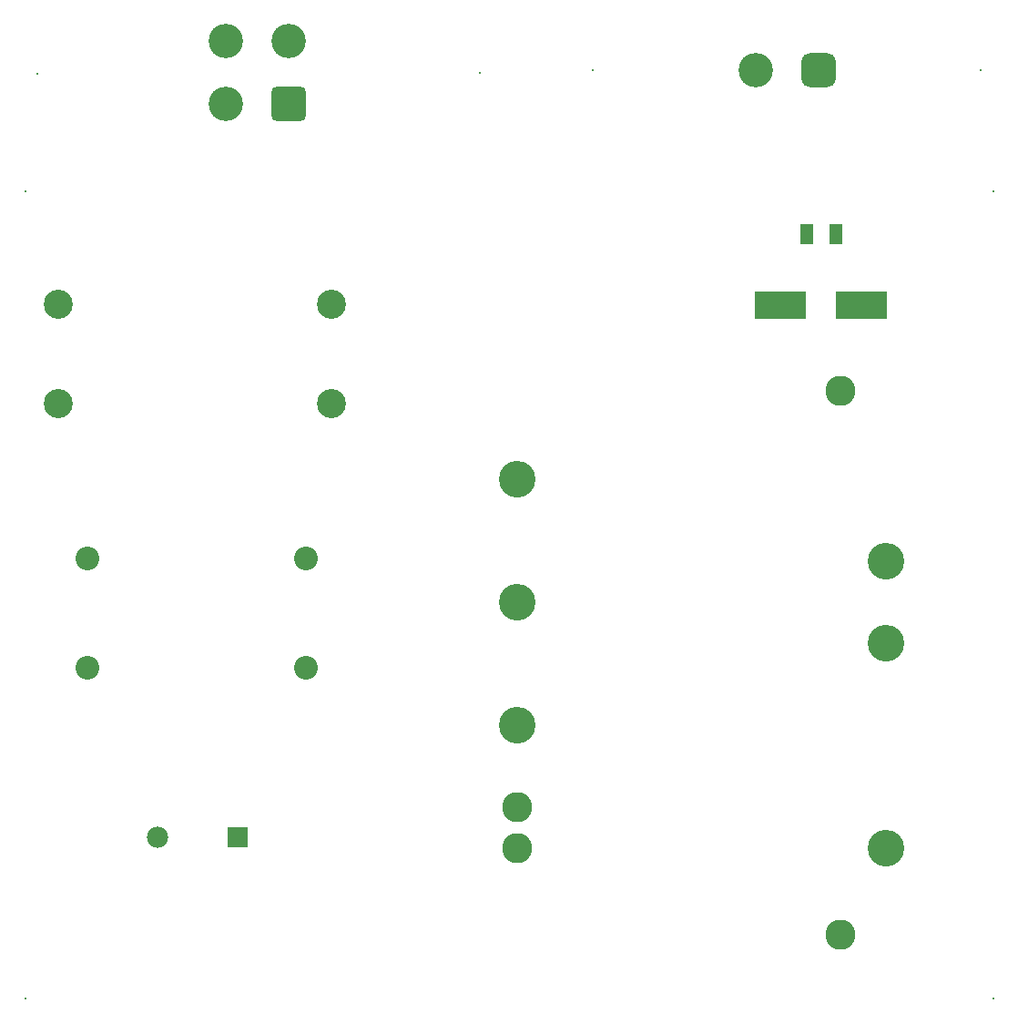
<source format=gts>
G04*
G04 #@! TF.GenerationSoftware,Altium Limited,Altium Designer,18.1.9 (240)*
G04*
G04 Layer_Color=8388736*
%FSLAX25Y25*%
%MOIN*%
G70*
G01*
G75*
%ADD17R,0.05131X0.07493*%
%ADD18R,0.18517X0.09855*%
%ADD19C,0.08674*%
%ADD20C,0.11036*%
%ADD21C,0.13398*%
%ADD22R,0.07800X0.07800*%
%ADD23C,0.07800*%
%ADD24C,0.10642*%
%ADD25C,0.00800*%
G04:AMPARAMS|DCode=26|XSize=126.11mil|YSize=126.11mil|CornerRadius=33.53mil|HoleSize=0mil|Usage=FLASHONLY|Rotation=0.000|XOffset=0mil|YOffset=0mil|HoleType=Round|Shape=RoundedRectangle|*
%AMROUNDEDRECTD26*
21,1,0.12611,0.05906,0,0,0.0*
21,1,0.05906,0.12611,0,0,0.0*
1,1,0.06706,0.02953,-0.02953*
1,1,0.06706,-0.02953,-0.02953*
1,1,0.06706,-0.02953,0.02953*
1,1,0.06706,0.02953,0.02953*
%
%ADD26ROUNDEDRECTD26*%
%ADD27C,0.12611*%
G04:AMPARAMS|DCode=28|XSize=126.11mil|YSize=126.11mil|CornerRadius=18.76mil|HoleSize=0mil|Usage=FLASHONLY|Rotation=0.000|XOffset=0mil|YOffset=0mil|HoleType=Round|Shape=RoundedRectangle|*
%AMROUNDEDRECTD28*
21,1,0.12611,0.08858,0,0,0.0*
21,1,0.08858,0.12611,0,0,0.0*
1,1,0.03753,0.04429,-0.04429*
1,1,0.03753,-0.04429,-0.04429*
1,1,0.03753,-0.04429,0.04429*
1,1,0.03753,0.04429,0.04429*
%
%ADD28ROUNDEDRECTD28*%
D17*
X305709Y299213D02*
D03*
X316339D02*
D03*
D18*
X296161Y273465D02*
D03*
X325886D02*
D03*
D19*
X42244Y140709D02*
D03*
X122244D02*
D03*
Y180709D02*
D03*
X42244D02*
D03*
D20*
X317914Y42874D02*
D03*
Y242087D02*
D03*
X199646Y74606D02*
D03*
Y89606D02*
D03*
D21*
X334646Y74606D02*
D03*
X199646Y209606D02*
D03*
Y164606D02*
D03*
Y119606D02*
D03*
X334646Y149606D02*
D03*
Y179606D02*
D03*
D22*
X97441Y78740D02*
D03*
D23*
X67913D02*
D03*
D24*
X131890Y237205D02*
D03*
X31890D02*
D03*
X131890Y273622D02*
D03*
X31890D02*
D03*
D25*
X369488Y359252D02*
D03*
X227362D02*
D03*
X23937Y358189D02*
D03*
X186024Y358268D02*
D03*
X19685Y19685D02*
D03*
X374016Y314961D02*
D03*
Y19685D02*
D03*
X19685Y314961D02*
D03*
D26*
X309961Y359252D02*
D03*
D27*
X286970D02*
D03*
X93110Y347047D02*
D03*
X116142Y369980D02*
D03*
X93110D02*
D03*
D28*
X116142Y346949D02*
D03*
M02*

</source>
